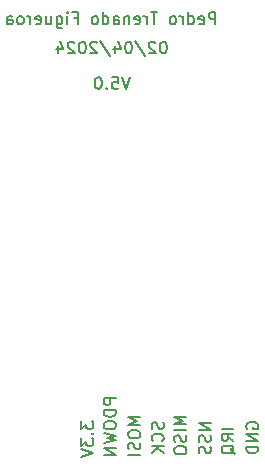
<source format=gbo>
G04 #@! TF.GenerationSoftware,KiCad,Pcbnew,7.0.9*
G04 #@! TF.CreationDate,2024-04-03T14:29:21+02:00*
G04 #@! TF.ProjectId,NFC_Programmer,4e46435f-5072-46f6-9772-616d6d65722e,3.0*
G04 #@! TF.SameCoordinates,Original*
G04 #@! TF.FileFunction,Legend,Bot*
G04 #@! TF.FilePolarity,Positive*
%FSLAX46Y46*%
G04 Gerber Fmt 4.6, Leading zero omitted, Abs format (unit mm)*
G04 Created by KiCad (PCBNEW 7.0.9) date 2024-04-03 14:29:21*
%MOMM*%
%LPD*%
G01*
G04 APERTURE LIST*
%ADD10C,0.153000*%
%ADD11C,3.000000*%
%ADD12R,1.350000X1.350000*%
%ADD13O,1.350000X1.350000*%
G04 APERTURE END LIST*
D10*
X144210771Y-71679663D02*
X144115533Y-71679663D01*
X144115533Y-71679663D02*
X144020295Y-71727282D01*
X144020295Y-71727282D02*
X143972676Y-71774901D01*
X143972676Y-71774901D02*
X143925057Y-71870139D01*
X143925057Y-71870139D02*
X143877438Y-72060615D01*
X143877438Y-72060615D02*
X143877438Y-72298710D01*
X143877438Y-72298710D02*
X143925057Y-72489186D01*
X143925057Y-72489186D02*
X143972676Y-72584424D01*
X143972676Y-72584424D02*
X144020295Y-72632044D01*
X144020295Y-72632044D02*
X144115533Y-72679663D01*
X144115533Y-72679663D02*
X144210771Y-72679663D01*
X144210771Y-72679663D02*
X144306009Y-72632044D01*
X144306009Y-72632044D02*
X144353628Y-72584424D01*
X144353628Y-72584424D02*
X144401247Y-72489186D01*
X144401247Y-72489186D02*
X144448866Y-72298710D01*
X144448866Y-72298710D02*
X144448866Y-72060615D01*
X144448866Y-72060615D02*
X144401247Y-71870139D01*
X144401247Y-71870139D02*
X144353628Y-71774901D01*
X144353628Y-71774901D02*
X144306009Y-71727282D01*
X144306009Y-71727282D02*
X144210771Y-71679663D01*
X143496485Y-71774901D02*
X143448866Y-71727282D01*
X143448866Y-71727282D02*
X143353628Y-71679663D01*
X143353628Y-71679663D02*
X143115533Y-71679663D01*
X143115533Y-71679663D02*
X143020295Y-71727282D01*
X143020295Y-71727282D02*
X142972676Y-71774901D01*
X142972676Y-71774901D02*
X142925057Y-71870139D01*
X142925057Y-71870139D02*
X142925057Y-71965377D01*
X142925057Y-71965377D02*
X142972676Y-72108234D01*
X142972676Y-72108234D02*
X143544104Y-72679663D01*
X143544104Y-72679663D02*
X142925057Y-72679663D01*
X141782200Y-71632044D02*
X142639342Y-72917758D01*
X141258390Y-71679663D02*
X141163152Y-71679663D01*
X141163152Y-71679663D02*
X141067914Y-71727282D01*
X141067914Y-71727282D02*
X141020295Y-71774901D01*
X141020295Y-71774901D02*
X140972676Y-71870139D01*
X140972676Y-71870139D02*
X140925057Y-72060615D01*
X140925057Y-72060615D02*
X140925057Y-72298710D01*
X140925057Y-72298710D02*
X140972676Y-72489186D01*
X140972676Y-72489186D02*
X141020295Y-72584424D01*
X141020295Y-72584424D02*
X141067914Y-72632044D01*
X141067914Y-72632044D02*
X141163152Y-72679663D01*
X141163152Y-72679663D02*
X141258390Y-72679663D01*
X141258390Y-72679663D02*
X141353628Y-72632044D01*
X141353628Y-72632044D02*
X141401247Y-72584424D01*
X141401247Y-72584424D02*
X141448866Y-72489186D01*
X141448866Y-72489186D02*
X141496485Y-72298710D01*
X141496485Y-72298710D02*
X141496485Y-72060615D01*
X141496485Y-72060615D02*
X141448866Y-71870139D01*
X141448866Y-71870139D02*
X141401247Y-71774901D01*
X141401247Y-71774901D02*
X141353628Y-71727282D01*
X141353628Y-71727282D02*
X141258390Y-71679663D01*
X140067914Y-72012996D02*
X140067914Y-72679663D01*
X140306009Y-71632044D02*
X140544104Y-72346329D01*
X140544104Y-72346329D02*
X139925057Y-72346329D01*
X138829819Y-71632044D02*
X139686961Y-72917758D01*
X138544104Y-71774901D02*
X138496485Y-71727282D01*
X138496485Y-71727282D02*
X138401247Y-71679663D01*
X138401247Y-71679663D02*
X138163152Y-71679663D01*
X138163152Y-71679663D02*
X138067914Y-71727282D01*
X138067914Y-71727282D02*
X138020295Y-71774901D01*
X138020295Y-71774901D02*
X137972676Y-71870139D01*
X137972676Y-71870139D02*
X137972676Y-71965377D01*
X137972676Y-71965377D02*
X138020295Y-72108234D01*
X138020295Y-72108234D02*
X138591723Y-72679663D01*
X138591723Y-72679663D02*
X137972676Y-72679663D01*
X137353628Y-71679663D02*
X137258390Y-71679663D01*
X137258390Y-71679663D02*
X137163152Y-71727282D01*
X137163152Y-71727282D02*
X137115533Y-71774901D01*
X137115533Y-71774901D02*
X137067914Y-71870139D01*
X137067914Y-71870139D02*
X137020295Y-72060615D01*
X137020295Y-72060615D02*
X137020295Y-72298710D01*
X137020295Y-72298710D02*
X137067914Y-72489186D01*
X137067914Y-72489186D02*
X137115533Y-72584424D01*
X137115533Y-72584424D02*
X137163152Y-72632044D01*
X137163152Y-72632044D02*
X137258390Y-72679663D01*
X137258390Y-72679663D02*
X137353628Y-72679663D01*
X137353628Y-72679663D02*
X137448866Y-72632044D01*
X137448866Y-72632044D02*
X137496485Y-72584424D01*
X137496485Y-72584424D02*
X137544104Y-72489186D01*
X137544104Y-72489186D02*
X137591723Y-72298710D01*
X137591723Y-72298710D02*
X137591723Y-72060615D01*
X137591723Y-72060615D02*
X137544104Y-71870139D01*
X137544104Y-71870139D02*
X137496485Y-71774901D01*
X137496485Y-71774901D02*
X137448866Y-71727282D01*
X137448866Y-71727282D02*
X137353628Y-71679663D01*
X136639342Y-71774901D02*
X136591723Y-71727282D01*
X136591723Y-71727282D02*
X136496485Y-71679663D01*
X136496485Y-71679663D02*
X136258390Y-71679663D01*
X136258390Y-71679663D02*
X136163152Y-71727282D01*
X136163152Y-71727282D02*
X136115533Y-71774901D01*
X136115533Y-71774901D02*
X136067914Y-71870139D01*
X136067914Y-71870139D02*
X136067914Y-71965377D01*
X136067914Y-71965377D02*
X136115533Y-72108234D01*
X136115533Y-72108234D02*
X136686961Y-72679663D01*
X136686961Y-72679663D02*
X136067914Y-72679663D01*
X135210771Y-72012996D02*
X135210771Y-72679663D01*
X135448866Y-71632044D02*
X135686961Y-72346329D01*
X135686961Y-72346329D02*
X135067914Y-72346329D01*
X148179663Y-104008752D02*
X147179663Y-104008752D01*
X147179663Y-104008752D02*
X148179663Y-104580180D01*
X148179663Y-104580180D02*
X147179663Y-104580180D01*
X148132044Y-105008752D02*
X148179663Y-105151609D01*
X148179663Y-105151609D02*
X148179663Y-105389704D01*
X148179663Y-105389704D02*
X148132044Y-105484942D01*
X148132044Y-105484942D02*
X148084424Y-105532561D01*
X148084424Y-105532561D02*
X147989186Y-105580180D01*
X147989186Y-105580180D02*
X147893948Y-105580180D01*
X147893948Y-105580180D02*
X147798710Y-105532561D01*
X147798710Y-105532561D02*
X147751091Y-105484942D01*
X147751091Y-105484942D02*
X147703472Y-105389704D01*
X147703472Y-105389704D02*
X147655853Y-105199228D01*
X147655853Y-105199228D02*
X147608234Y-105103990D01*
X147608234Y-105103990D02*
X147560615Y-105056371D01*
X147560615Y-105056371D02*
X147465377Y-105008752D01*
X147465377Y-105008752D02*
X147370139Y-105008752D01*
X147370139Y-105008752D02*
X147274901Y-105056371D01*
X147274901Y-105056371D02*
X147227282Y-105103990D01*
X147227282Y-105103990D02*
X147179663Y-105199228D01*
X147179663Y-105199228D02*
X147179663Y-105437323D01*
X147179663Y-105437323D02*
X147227282Y-105580180D01*
X148132044Y-105961133D02*
X148179663Y-106103990D01*
X148179663Y-106103990D02*
X148179663Y-106342085D01*
X148179663Y-106342085D02*
X148132044Y-106437323D01*
X148132044Y-106437323D02*
X148084424Y-106484942D01*
X148084424Y-106484942D02*
X147989186Y-106532561D01*
X147989186Y-106532561D02*
X147893948Y-106532561D01*
X147893948Y-106532561D02*
X147798710Y-106484942D01*
X147798710Y-106484942D02*
X147751091Y-106437323D01*
X147751091Y-106437323D02*
X147703472Y-106342085D01*
X147703472Y-106342085D02*
X147655853Y-106151609D01*
X147655853Y-106151609D02*
X147608234Y-106056371D01*
X147608234Y-106056371D02*
X147560615Y-106008752D01*
X147560615Y-106008752D02*
X147465377Y-105961133D01*
X147465377Y-105961133D02*
X147370139Y-105961133D01*
X147370139Y-105961133D02*
X147274901Y-106008752D01*
X147274901Y-106008752D02*
X147227282Y-106056371D01*
X147227282Y-106056371D02*
X147179663Y-106151609D01*
X147179663Y-106151609D02*
X147179663Y-106389704D01*
X147179663Y-106389704D02*
X147227282Y-106532561D01*
X141324104Y-74689663D02*
X140990771Y-75689663D01*
X140990771Y-75689663D02*
X140657438Y-74689663D01*
X139847914Y-74689663D02*
X140324104Y-74689663D01*
X140324104Y-74689663D02*
X140371723Y-75165853D01*
X140371723Y-75165853D02*
X140324104Y-75118234D01*
X140324104Y-75118234D02*
X140228866Y-75070615D01*
X140228866Y-75070615D02*
X139990771Y-75070615D01*
X139990771Y-75070615D02*
X139895533Y-75118234D01*
X139895533Y-75118234D02*
X139847914Y-75165853D01*
X139847914Y-75165853D02*
X139800295Y-75261091D01*
X139800295Y-75261091D02*
X139800295Y-75499186D01*
X139800295Y-75499186D02*
X139847914Y-75594424D01*
X139847914Y-75594424D02*
X139895533Y-75642044D01*
X139895533Y-75642044D02*
X139990771Y-75689663D01*
X139990771Y-75689663D02*
X140228866Y-75689663D01*
X140228866Y-75689663D02*
X140324104Y-75642044D01*
X140324104Y-75642044D02*
X140371723Y-75594424D01*
X139371723Y-75594424D02*
X139324104Y-75642044D01*
X139324104Y-75642044D02*
X139371723Y-75689663D01*
X139371723Y-75689663D02*
X139419342Y-75642044D01*
X139419342Y-75642044D02*
X139371723Y-75594424D01*
X139371723Y-75594424D02*
X139371723Y-75689663D01*
X138705057Y-74689663D02*
X138609819Y-74689663D01*
X138609819Y-74689663D02*
X138514581Y-74737282D01*
X138514581Y-74737282D02*
X138466962Y-74784901D01*
X138466962Y-74784901D02*
X138419343Y-74880139D01*
X138419343Y-74880139D02*
X138371724Y-75070615D01*
X138371724Y-75070615D02*
X138371724Y-75308710D01*
X138371724Y-75308710D02*
X138419343Y-75499186D01*
X138419343Y-75499186D02*
X138466962Y-75594424D01*
X138466962Y-75594424D02*
X138514581Y-75642044D01*
X138514581Y-75642044D02*
X138609819Y-75689663D01*
X138609819Y-75689663D02*
X138705057Y-75689663D01*
X138705057Y-75689663D02*
X138800295Y-75642044D01*
X138800295Y-75642044D02*
X138847914Y-75594424D01*
X138847914Y-75594424D02*
X138895533Y-75499186D01*
X138895533Y-75499186D02*
X138943152Y-75308710D01*
X138943152Y-75308710D02*
X138943152Y-75070615D01*
X138943152Y-75070615D02*
X138895533Y-74880139D01*
X138895533Y-74880139D02*
X138847914Y-74784901D01*
X138847914Y-74784901D02*
X138800295Y-74737282D01*
X138800295Y-74737282D02*
X138705057Y-74689663D01*
X146109663Y-103428752D02*
X145109663Y-103428752D01*
X145109663Y-103428752D02*
X145823948Y-103762085D01*
X145823948Y-103762085D02*
X145109663Y-104095418D01*
X145109663Y-104095418D02*
X146109663Y-104095418D01*
X146109663Y-104571609D02*
X145109663Y-104571609D01*
X146062044Y-105000180D02*
X146109663Y-105143037D01*
X146109663Y-105143037D02*
X146109663Y-105381132D01*
X146109663Y-105381132D02*
X146062044Y-105476370D01*
X146062044Y-105476370D02*
X146014424Y-105523989D01*
X146014424Y-105523989D02*
X145919186Y-105571608D01*
X145919186Y-105571608D02*
X145823948Y-105571608D01*
X145823948Y-105571608D02*
X145728710Y-105523989D01*
X145728710Y-105523989D02*
X145681091Y-105476370D01*
X145681091Y-105476370D02*
X145633472Y-105381132D01*
X145633472Y-105381132D02*
X145585853Y-105190656D01*
X145585853Y-105190656D02*
X145538234Y-105095418D01*
X145538234Y-105095418D02*
X145490615Y-105047799D01*
X145490615Y-105047799D02*
X145395377Y-105000180D01*
X145395377Y-105000180D02*
X145300139Y-105000180D01*
X145300139Y-105000180D02*
X145204901Y-105047799D01*
X145204901Y-105047799D02*
X145157282Y-105095418D01*
X145157282Y-105095418D02*
X145109663Y-105190656D01*
X145109663Y-105190656D02*
X145109663Y-105428751D01*
X145109663Y-105428751D02*
X145157282Y-105571608D01*
X145109663Y-106190656D02*
X145109663Y-106381132D01*
X145109663Y-106381132D02*
X145157282Y-106476370D01*
X145157282Y-106476370D02*
X145252520Y-106571608D01*
X145252520Y-106571608D02*
X145442996Y-106619227D01*
X145442996Y-106619227D02*
X145776329Y-106619227D01*
X145776329Y-106619227D02*
X145966805Y-106571608D01*
X145966805Y-106571608D02*
X146062044Y-106476370D01*
X146062044Y-106476370D02*
X146109663Y-106381132D01*
X146109663Y-106381132D02*
X146109663Y-106190656D01*
X146109663Y-106190656D02*
X146062044Y-106095418D01*
X146062044Y-106095418D02*
X145966805Y-106000180D01*
X145966805Y-106000180D02*
X145776329Y-105952561D01*
X145776329Y-105952561D02*
X145442996Y-105952561D01*
X145442996Y-105952561D02*
X145252520Y-106000180D01*
X145252520Y-106000180D02*
X145157282Y-106095418D01*
X145157282Y-106095418D02*
X145109663Y-106190656D01*
X144142044Y-103921133D02*
X144189663Y-104063990D01*
X144189663Y-104063990D02*
X144189663Y-104302085D01*
X144189663Y-104302085D02*
X144142044Y-104397323D01*
X144142044Y-104397323D02*
X144094424Y-104444942D01*
X144094424Y-104444942D02*
X143999186Y-104492561D01*
X143999186Y-104492561D02*
X143903948Y-104492561D01*
X143903948Y-104492561D02*
X143808710Y-104444942D01*
X143808710Y-104444942D02*
X143761091Y-104397323D01*
X143761091Y-104397323D02*
X143713472Y-104302085D01*
X143713472Y-104302085D02*
X143665853Y-104111609D01*
X143665853Y-104111609D02*
X143618234Y-104016371D01*
X143618234Y-104016371D02*
X143570615Y-103968752D01*
X143570615Y-103968752D02*
X143475377Y-103921133D01*
X143475377Y-103921133D02*
X143380139Y-103921133D01*
X143380139Y-103921133D02*
X143284901Y-103968752D01*
X143284901Y-103968752D02*
X143237282Y-104016371D01*
X143237282Y-104016371D02*
X143189663Y-104111609D01*
X143189663Y-104111609D02*
X143189663Y-104349704D01*
X143189663Y-104349704D02*
X143237282Y-104492561D01*
X144094424Y-105492561D02*
X144142044Y-105444942D01*
X144142044Y-105444942D02*
X144189663Y-105302085D01*
X144189663Y-105302085D02*
X144189663Y-105206847D01*
X144189663Y-105206847D02*
X144142044Y-105063990D01*
X144142044Y-105063990D02*
X144046805Y-104968752D01*
X144046805Y-104968752D02*
X143951567Y-104921133D01*
X143951567Y-104921133D02*
X143761091Y-104873514D01*
X143761091Y-104873514D02*
X143618234Y-104873514D01*
X143618234Y-104873514D02*
X143427758Y-104921133D01*
X143427758Y-104921133D02*
X143332520Y-104968752D01*
X143332520Y-104968752D02*
X143237282Y-105063990D01*
X143237282Y-105063990D02*
X143189663Y-105206847D01*
X143189663Y-105206847D02*
X143189663Y-105302085D01*
X143189663Y-105302085D02*
X143237282Y-105444942D01*
X143237282Y-105444942D02*
X143284901Y-105492561D01*
X144189663Y-105921133D02*
X143189663Y-105921133D01*
X144189663Y-106492561D02*
X143618234Y-106063990D01*
X143189663Y-106492561D02*
X143761091Y-105921133D01*
X142199663Y-103498752D02*
X141199663Y-103498752D01*
X141199663Y-103498752D02*
X141913948Y-103832085D01*
X141913948Y-103832085D02*
X141199663Y-104165418D01*
X141199663Y-104165418D02*
X142199663Y-104165418D01*
X141199663Y-104832085D02*
X141199663Y-105022561D01*
X141199663Y-105022561D02*
X141247282Y-105117799D01*
X141247282Y-105117799D02*
X141342520Y-105213037D01*
X141342520Y-105213037D02*
X141532996Y-105260656D01*
X141532996Y-105260656D02*
X141866329Y-105260656D01*
X141866329Y-105260656D02*
X142056805Y-105213037D01*
X142056805Y-105213037D02*
X142152044Y-105117799D01*
X142152044Y-105117799D02*
X142199663Y-105022561D01*
X142199663Y-105022561D02*
X142199663Y-104832085D01*
X142199663Y-104832085D02*
X142152044Y-104736847D01*
X142152044Y-104736847D02*
X142056805Y-104641609D01*
X142056805Y-104641609D02*
X141866329Y-104593990D01*
X141866329Y-104593990D02*
X141532996Y-104593990D01*
X141532996Y-104593990D02*
X141342520Y-104641609D01*
X141342520Y-104641609D02*
X141247282Y-104736847D01*
X141247282Y-104736847D02*
X141199663Y-104832085D01*
X142152044Y-105641609D02*
X142199663Y-105784466D01*
X142199663Y-105784466D02*
X142199663Y-106022561D01*
X142199663Y-106022561D02*
X142152044Y-106117799D01*
X142152044Y-106117799D02*
X142104424Y-106165418D01*
X142104424Y-106165418D02*
X142009186Y-106213037D01*
X142009186Y-106213037D02*
X141913948Y-106213037D01*
X141913948Y-106213037D02*
X141818710Y-106165418D01*
X141818710Y-106165418D02*
X141771091Y-106117799D01*
X141771091Y-106117799D02*
X141723472Y-106022561D01*
X141723472Y-106022561D02*
X141675853Y-105832085D01*
X141675853Y-105832085D02*
X141628234Y-105736847D01*
X141628234Y-105736847D02*
X141580615Y-105689228D01*
X141580615Y-105689228D02*
X141485377Y-105641609D01*
X141485377Y-105641609D02*
X141390139Y-105641609D01*
X141390139Y-105641609D02*
X141294901Y-105689228D01*
X141294901Y-105689228D02*
X141247282Y-105736847D01*
X141247282Y-105736847D02*
X141199663Y-105832085D01*
X141199663Y-105832085D02*
X141199663Y-106070180D01*
X141199663Y-106070180D02*
X141247282Y-106213037D01*
X142199663Y-106641609D02*
X141199663Y-106641609D01*
X137219663Y-103843514D02*
X137219663Y-104462561D01*
X137219663Y-104462561D02*
X137600615Y-104129228D01*
X137600615Y-104129228D02*
X137600615Y-104272085D01*
X137600615Y-104272085D02*
X137648234Y-104367323D01*
X137648234Y-104367323D02*
X137695853Y-104414942D01*
X137695853Y-104414942D02*
X137791091Y-104462561D01*
X137791091Y-104462561D02*
X138029186Y-104462561D01*
X138029186Y-104462561D02*
X138124424Y-104414942D01*
X138124424Y-104414942D02*
X138172044Y-104367323D01*
X138172044Y-104367323D02*
X138219663Y-104272085D01*
X138219663Y-104272085D02*
X138219663Y-103986371D01*
X138219663Y-103986371D02*
X138172044Y-103891133D01*
X138172044Y-103891133D02*
X138124424Y-103843514D01*
X138124424Y-104891133D02*
X138172044Y-104938752D01*
X138172044Y-104938752D02*
X138219663Y-104891133D01*
X138219663Y-104891133D02*
X138172044Y-104843514D01*
X138172044Y-104843514D02*
X138124424Y-104891133D01*
X138124424Y-104891133D02*
X138219663Y-104891133D01*
X137219663Y-105272085D02*
X137219663Y-105891132D01*
X137219663Y-105891132D02*
X137600615Y-105557799D01*
X137600615Y-105557799D02*
X137600615Y-105700656D01*
X137600615Y-105700656D02*
X137648234Y-105795894D01*
X137648234Y-105795894D02*
X137695853Y-105843513D01*
X137695853Y-105843513D02*
X137791091Y-105891132D01*
X137791091Y-105891132D02*
X138029186Y-105891132D01*
X138029186Y-105891132D02*
X138124424Y-105843513D01*
X138124424Y-105843513D02*
X138172044Y-105795894D01*
X138172044Y-105795894D02*
X138219663Y-105700656D01*
X138219663Y-105700656D02*
X138219663Y-105414942D01*
X138219663Y-105414942D02*
X138172044Y-105319704D01*
X138172044Y-105319704D02*
X138124424Y-105272085D01*
X137219663Y-106176847D02*
X138219663Y-106510180D01*
X138219663Y-106510180D02*
X137219663Y-106843513D01*
X140139663Y-101878752D02*
X139139663Y-101878752D01*
X139139663Y-101878752D02*
X139139663Y-102259704D01*
X139139663Y-102259704D02*
X139187282Y-102354942D01*
X139187282Y-102354942D02*
X139234901Y-102402561D01*
X139234901Y-102402561D02*
X139330139Y-102450180D01*
X139330139Y-102450180D02*
X139472996Y-102450180D01*
X139472996Y-102450180D02*
X139568234Y-102402561D01*
X139568234Y-102402561D02*
X139615853Y-102354942D01*
X139615853Y-102354942D02*
X139663472Y-102259704D01*
X139663472Y-102259704D02*
X139663472Y-101878752D01*
X140139663Y-102878752D02*
X139139663Y-102878752D01*
X139139663Y-102878752D02*
X139139663Y-103116847D01*
X139139663Y-103116847D02*
X139187282Y-103259704D01*
X139187282Y-103259704D02*
X139282520Y-103354942D01*
X139282520Y-103354942D02*
X139377758Y-103402561D01*
X139377758Y-103402561D02*
X139568234Y-103450180D01*
X139568234Y-103450180D02*
X139711091Y-103450180D01*
X139711091Y-103450180D02*
X139901567Y-103402561D01*
X139901567Y-103402561D02*
X139996805Y-103354942D01*
X139996805Y-103354942D02*
X140092044Y-103259704D01*
X140092044Y-103259704D02*
X140139663Y-103116847D01*
X140139663Y-103116847D02*
X140139663Y-102878752D01*
X139139663Y-104069228D02*
X139139663Y-104259704D01*
X139139663Y-104259704D02*
X139187282Y-104354942D01*
X139187282Y-104354942D02*
X139282520Y-104450180D01*
X139282520Y-104450180D02*
X139472996Y-104497799D01*
X139472996Y-104497799D02*
X139806329Y-104497799D01*
X139806329Y-104497799D02*
X139996805Y-104450180D01*
X139996805Y-104450180D02*
X140092044Y-104354942D01*
X140092044Y-104354942D02*
X140139663Y-104259704D01*
X140139663Y-104259704D02*
X140139663Y-104069228D01*
X140139663Y-104069228D02*
X140092044Y-103973990D01*
X140092044Y-103973990D02*
X139996805Y-103878752D01*
X139996805Y-103878752D02*
X139806329Y-103831133D01*
X139806329Y-103831133D02*
X139472996Y-103831133D01*
X139472996Y-103831133D02*
X139282520Y-103878752D01*
X139282520Y-103878752D02*
X139187282Y-103973990D01*
X139187282Y-103973990D02*
X139139663Y-104069228D01*
X139139663Y-104831133D02*
X140139663Y-105069228D01*
X140139663Y-105069228D02*
X139425377Y-105259704D01*
X139425377Y-105259704D02*
X140139663Y-105450180D01*
X140139663Y-105450180D02*
X139139663Y-105688276D01*
X140139663Y-106069228D02*
X139139663Y-106069228D01*
X139139663Y-106069228D02*
X140139663Y-106640656D01*
X140139663Y-106640656D02*
X139139663Y-106640656D01*
X151237282Y-104442561D02*
X151189663Y-104347323D01*
X151189663Y-104347323D02*
X151189663Y-104204466D01*
X151189663Y-104204466D02*
X151237282Y-104061609D01*
X151237282Y-104061609D02*
X151332520Y-103966371D01*
X151332520Y-103966371D02*
X151427758Y-103918752D01*
X151427758Y-103918752D02*
X151618234Y-103871133D01*
X151618234Y-103871133D02*
X151761091Y-103871133D01*
X151761091Y-103871133D02*
X151951567Y-103918752D01*
X151951567Y-103918752D02*
X152046805Y-103966371D01*
X152046805Y-103966371D02*
X152142044Y-104061609D01*
X152142044Y-104061609D02*
X152189663Y-104204466D01*
X152189663Y-104204466D02*
X152189663Y-104299704D01*
X152189663Y-104299704D02*
X152142044Y-104442561D01*
X152142044Y-104442561D02*
X152094424Y-104490180D01*
X152094424Y-104490180D02*
X151761091Y-104490180D01*
X151761091Y-104490180D02*
X151761091Y-104299704D01*
X152189663Y-104918752D02*
X151189663Y-104918752D01*
X151189663Y-104918752D02*
X152189663Y-105490180D01*
X152189663Y-105490180D02*
X151189663Y-105490180D01*
X152189663Y-105966371D02*
X151189663Y-105966371D01*
X151189663Y-105966371D02*
X151189663Y-106204466D01*
X151189663Y-106204466D02*
X151237282Y-106347323D01*
X151237282Y-106347323D02*
X151332520Y-106442561D01*
X151332520Y-106442561D02*
X151427758Y-106490180D01*
X151427758Y-106490180D02*
X151618234Y-106537799D01*
X151618234Y-106537799D02*
X151761091Y-106537799D01*
X151761091Y-106537799D02*
X151951567Y-106490180D01*
X151951567Y-106490180D02*
X152046805Y-106442561D01*
X152046805Y-106442561D02*
X152142044Y-106347323D01*
X152142044Y-106347323D02*
X152189663Y-106204466D01*
X152189663Y-106204466D02*
X152189663Y-105966371D01*
X150099663Y-104448752D02*
X149099663Y-104448752D01*
X150099663Y-105496370D02*
X149623472Y-105163037D01*
X150099663Y-104924942D02*
X149099663Y-104924942D01*
X149099663Y-104924942D02*
X149099663Y-105305894D01*
X149099663Y-105305894D02*
X149147282Y-105401132D01*
X149147282Y-105401132D02*
X149194901Y-105448751D01*
X149194901Y-105448751D02*
X149290139Y-105496370D01*
X149290139Y-105496370D02*
X149432996Y-105496370D01*
X149432996Y-105496370D02*
X149528234Y-105448751D01*
X149528234Y-105448751D02*
X149575853Y-105401132D01*
X149575853Y-105401132D02*
X149623472Y-105305894D01*
X149623472Y-105305894D02*
X149623472Y-104924942D01*
X150194901Y-106591608D02*
X150147282Y-106496370D01*
X150147282Y-106496370D02*
X150052044Y-106401132D01*
X150052044Y-106401132D02*
X149909186Y-106258275D01*
X149909186Y-106258275D02*
X149861567Y-106163037D01*
X149861567Y-106163037D02*
X149861567Y-106067799D01*
X150099663Y-106115418D02*
X150052044Y-106020180D01*
X150052044Y-106020180D02*
X149956805Y-105924942D01*
X149956805Y-105924942D02*
X149766329Y-105877323D01*
X149766329Y-105877323D02*
X149432996Y-105877323D01*
X149432996Y-105877323D02*
X149242520Y-105924942D01*
X149242520Y-105924942D02*
X149147282Y-106020180D01*
X149147282Y-106020180D02*
X149099663Y-106115418D01*
X149099663Y-106115418D02*
X149099663Y-106305894D01*
X149099663Y-106305894D02*
X149147282Y-106401132D01*
X149147282Y-106401132D02*
X149242520Y-106496370D01*
X149242520Y-106496370D02*
X149432996Y-106543989D01*
X149432996Y-106543989D02*
X149766329Y-106543989D01*
X149766329Y-106543989D02*
X149956805Y-106496370D01*
X149956805Y-106496370D02*
X150052044Y-106401132D01*
X150052044Y-106401132D02*
X150099663Y-106305894D01*
X150099663Y-106305894D02*
X150099663Y-106115418D01*
X148571247Y-70199663D02*
X148571247Y-69199663D01*
X148571247Y-69199663D02*
X148190295Y-69199663D01*
X148190295Y-69199663D02*
X148095057Y-69247282D01*
X148095057Y-69247282D02*
X148047438Y-69294901D01*
X148047438Y-69294901D02*
X147999819Y-69390139D01*
X147999819Y-69390139D02*
X147999819Y-69532996D01*
X147999819Y-69532996D02*
X148047438Y-69628234D01*
X148047438Y-69628234D02*
X148095057Y-69675853D01*
X148095057Y-69675853D02*
X148190295Y-69723472D01*
X148190295Y-69723472D02*
X148571247Y-69723472D01*
X147190295Y-70152044D02*
X147285533Y-70199663D01*
X147285533Y-70199663D02*
X147476009Y-70199663D01*
X147476009Y-70199663D02*
X147571247Y-70152044D01*
X147571247Y-70152044D02*
X147618866Y-70056805D01*
X147618866Y-70056805D02*
X147618866Y-69675853D01*
X147618866Y-69675853D02*
X147571247Y-69580615D01*
X147571247Y-69580615D02*
X147476009Y-69532996D01*
X147476009Y-69532996D02*
X147285533Y-69532996D01*
X147285533Y-69532996D02*
X147190295Y-69580615D01*
X147190295Y-69580615D02*
X147142676Y-69675853D01*
X147142676Y-69675853D02*
X147142676Y-69771091D01*
X147142676Y-69771091D02*
X147618866Y-69866329D01*
X146285533Y-70199663D02*
X146285533Y-69199663D01*
X146285533Y-70152044D02*
X146380771Y-70199663D01*
X146380771Y-70199663D02*
X146571247Y-70199663D01*
X146571247Y-70199663D02*
X146666485Y-70152044D01*
X146666485Y-70152044D02*
X146714104Y-70104424D01*
X146714104Y-70104424D02*
X146761723Y-70009186D01*
X146761723Y-70009186D02*
X146761723Y-69723472D01*
X146761723Y-69723472D02*
X146714104Y-69628234D01*
X146714104Y-69628234D02*
X146666485Y-69580615D01*
X146666485Y-69580615D02*
X146571247Y-69532996D01*
X146571247Y-69532996D02*
X146380771Y-69532996D01*
X146380771Y-69532996D02*
X146285533Y-69580615D01*
X145809342Y-70199663D02*
X145809342Y-69532996D01*
X145809342Y-69723472D02*
X145761723Y-69628234D01*
X145761723Y-69628234D02*
X145714104Y-69580615D01*
X145714104Y-69580615D02*
X145618866Y-69532996D01*
X145618866Y-69532996D02*
X145523628Y-69532996D01*
X145047437Y-70199663D02*
X145142675Y-70152044D01*
X145142675Y-70152044D02*
X145190294Y-70104424D01*
X145190294Y-70104424D02*
X145237913Y-70009186D01*
X145237913Y-70009186D02*
X145237913Y-69723472D01*
X145237913Y-69723472D02*
X145190294Y-69628234D01*
X145190294Y-69628234D02*
X145142675Y-69580615D01*
X145142675Y-69580615D02*
X145047437Y-69532996D01*
X145047437Y-69532996D02*
X144904580Y-69532996D01*
X144904580Y-69532996D02*
X144809342Y-69580615D01*
X144809342Y-69580615D02*
X144761723Y-69628234D01*
X144761723Y-69628234D02*
X144714104Y-69723472D01*
X144714104Y-69723472D02*
X144714104Y-70009186D01*
X144714104Y-70009186D02*
X144761723Y-70104424D01*
X144761723Y-70104424D02*
X144809342Y-70152044D01*
X144809342Y-70152044D02*
X144904580Y-70199663D01*
X144904580Y-70199663D02*
X145047437Y-70199663D01*
X143666484Y-69199663D02*
X143095056Y-69199663D01*
X143380770Y-70199663D02*
X143380770Y-69199663D01*
X142761722Y-70199663D02*
X142761722Y-69532996D01*
X142761722Y-69723472D02*
X142714103Y-69628234D01*
X142714103Y-69628234D02*
X142666484Y-69580615D01*
X142666484Y-69580615D02*
X142571246Y-69532996D01*
X142571246Y-69532996D02*
X142476008Y-69532996D01*
X141761722Y-70152044D02*
X141856960Y-70199663D01*
X141856960Y-70199663D02*
X142047436Y-70199663D01*
X142047436Y-70199663D02*
X142142674Y-70152044D01*
X142142674Y-70152044D02*
X142190293Y-70056805D01*
X142190293Y-70056805D02*
X142190293Y-69675853D01*
X142190293Y-69675853D02*
X142142674Y-69580615D01*
X142142674Y-69580615D02*
X142047436Y-69532996D01*
X142047436Y-69532996D02*
X141856960Y-69532996D01*
X141856960Y-69532996D02*
X141761722Y-69580615D01*
X141761722Y-69580615D02*
X141714103Y-69675853D01*
X141714103Y-69675853D02*
X141714103Y-69771091D01*
X141714103Y-69771091D02*
X142190293Y-69866329D01*
X141285531Y-69532996D02*
X141285531Y-70199663D01*
X141285531Y-69628234D02*
X141237912Y-69580615D01*
X141237912Y-69580615D02*
X141142674Y-69532996D01*
X141142674Y-69532996D02*
X140999817Y-69532996D01*
X140999817Y-69532996D02*
X140904579Y-69580615D01*
X140904579Y-69580615D02*
X140856960Y-69675853D01*
X140856960Y-69675853D02*
X140856960Y-70199663D01*
X139952198Y-70199663D02*
X139952198Y-69675853D01*
X139952198Y-69675853D02*
X139999817Y-69580615D01*
X139999817Y-69580615D02*
X140095055Y-69532996D01*
X140095055Y-69532996D02*
X140285531Y-69532996D01*
X140285531Y-69532996D02*
X140380769Y-69580615D01*
X139952198Y-70152044D02*
X140047436Y-70199663D01*
X140047436Y-70199663D02*
X140285531Y-70199663D01*
X140285531Y-70199663D02*
X140380769Y-70152044D01*
X140380769Y-70152044D02*
X140428388Y-70056805D01*
X140428388Y-70056805D02*
X140428388Y-69961567D01*
X140428388Y-69961567D02*
X140380769Y-69866329D01*
X140380769Y-69866329D02*
X140285531Y-69818710D01*
X140285531Y-69818710D02*
X140047436Y-69818710D01*
X140047436Y-69818710D02*
X139952198Y-69771091D01*
X139047436Y-70199663D02*
X139047436Y-69199663D01*
X139047436Y-70152044D02*
X139142674Y-70199663D01*
X139142674Y-70199663D02*
X139333150Y-70199663D01*
X139333150Y-70199663D02*
X139428388Y-70152044D01*
X139428388Y-70152044D02*
X139476007Y-70104424D01*
X139476007Y-70104424D02*
X139523626Y-70009186D01*
X139523626Y-70009186D02*
X139523626Y-69723472D01*
X139523626Y-69723472D02*
X139476007Y-69628234D01*
X139476007Y-69628234D02*
X139428388Y-69580615D01*
X139428388Y-69580615D02*
X139333150Y-69532996D01*
X139333150Y-69532996D02*
X139142674Y-69532996D01*
X139142674Y-69532996D02*
X139047436Y-69580615D01*
X138428388Y-70199663D02*
X138523626Y-70152044D01*
X138523626Y-70152044D02*
X138571245Y-70104424D01*
X138571245Y-70104424D02*
X138618864Y-70009186D01*
X138618864Y-70009186D02*
X138618864Y-69723472D01*
X138618864Y-69723472D02*
X138571245Y-69628234D01*
X138571245Y-69628234D02*
X138523626Y-69580615D01*
X138523626Y-69580615D02*
X138428388Y-69532996D01*
X138428388Y-69532996D02*
X138285531Y-69532996D01*
X138285531Y-69532996D02*
X138190293Y-69580615D01*
X138190293Y-69580615D02*
X138142674Y-69628234D01*
X138142674Y-69628234D02*
X138095055Y-69723472D01*
X138095055Y-69723472D02*
X138095055Y-70009186D01*
X138095055Y-70009186D02*
X138142674Y-70104424D01*
X138142674Y-70104424D02*
X138190293Y-70152044D01*
X138190293Y-70152044D02*
X138285531Y-70199663D01*
X138285531Y-70199663D02*
X138428388Y-70199663D01*
X136571245Y-69675853D02*
X136904578Y-69675853D01*
X136904578Y-70199663D02*
X136904578Y-69199663D01*
X136904578Y-69199663D02*
X136428388Y-69199663D01*
X136047435Y-70199663D02*
X136047435Y-69532996D01*
X136047435Y-69199663D02*
X136095054Y-69247282D01*
X136095054Y-69247282D02*
X136047435Y-69294901D01*
X136047435Y-69294901D02*
X135999816Y-69247282D01*
X135999816Y-69247282D02*
X136047435Y-69199663D01*
X136047435Y-69199663D02*
X136047435Y-69294901D01*
X135142674Y-69532996D02*
X135142674Y-70342520D01*
X135142674Y-70342520D02*
X135190293Y-70437758D01*
X135190293Y-70437758D02*
X135237912Y-70485377D01*
X135237912Y-70485377D02*
X135333150Y-70532996D01*
X135333150Y-70532996D02*
X135476007Y-70532996D01*
X135476007Y-70532996D02*
X135571245Y-70485377D01*
X135142674Y-70152044D02*
X135237912Y-70199663D01*
X135237912Y-70199663D02*
X135428388Y-70199663D01*
X135428388Y-70199663D02*
X135523626Y-70152044D01*
X135523626Y-70152044D02*
X135571245Y-70104424D01*
X135571245Y-70104424D02*
X135618864Y-70009186D01*
X135618864Y-70009186D02*
X135618864Y-69723472D01*
X135618864Y-69723472D02*
X135571245Y-69628234D01*
X135571245Y-69628234D02*
X135523626Y-69580615D01*
X135523626Y-69580615D02*
X135428388Y-69532996D01*
X135428388Y-69532996D02*
X135237912Y-69532996D01*
X135237912Y-69532996D02*
X135142674Y-69580615D01*
X134237912Y-69532996D02*
X134237912Y-70199663D01*
X134666483Y-69532996D02*
X134666483Y-70056805D01*
X134666483Y-70056805D02*
X134618864Y-70152044D01*
X134618864Y-70152044D02*
X134523626Y-70199663D01*
X134523626Y-70199663D02*
X134380769Y-70199663D01*
X134380769Y-70199663D02*
X134285531Y-70152044D01*
X134285531Y-70152044D02*
X134237912Y-70104424D01*
X133380769Y-70152044D02*
X133476007Y-70199663D01*
X133476007Y-70199663D02*
X133666483Y-70199663D01*
X133666483Y-70199663D02*
X133761721Y-70152044D01*
X133761721Y-70152044D02*
X133809340Y-70056805D01*
X133809340Y-70056805D02*
X133809340Y-69675853D01*
X133809340Y-69675853D02*
X133761721Y-69580615D01*
X133761721Y-69580615D02*
X133666483Y-69532996D01*
X133666483Y-69532996D02*
X133476007Y-69532996D01*
X133476007Y-69532996D02*
X133380769Y-69580615D01*
X133380769Y-69580615D02*
X133333150Y-69675853D01*
X133333150Y-69675853D02*
X133333150Y-69771091D01*
X133333150Y-69771091D02*
X133809340Y-69866329D01*
X132904578Y-70199663D02*
X132904578Y-69532996D01*
X132904578Y-69723472D02*
X132856959Y-69628234D01*
X132856959Y-69628234D02*
X132809340Y-69580615D01*
X132809340Y-69580615D02*
X132714102Y-69532996D01*
X132714102Y-69532996D02*
X132618864Y-69532996D01*
X132142673Y-70199663D02*
X132237911Y-70152044D01*
X132237911Y-70152044D02*
X132285530Y-70104424D01*
X132285530Y-70104424D02*
X132333149Y-70009186D01*
X132333149Y-70009186D02*
X132333149Y-69723472D01*
X132333149Y-69723472D02*
X132285530Y-69628234D01*
X132285530Y-69628234D02*
X132237911Y-69580615D01*
X132237911Y-69580615D02*
X132142673Y-69532996D01*
X132142673Y-69532996D02*
X131999816Y-69532996D01*
X131999816Y-69532996D02*
X131904578Y-69580615D01*
X131904578Y-69580615D02*
X131856959Y-69628234D01*
X131856959Y-69628234D02*
X131809340Y-69723472D01*
X131809340Y-69723472D02*
X131809340Y-70009186D01*
X131809340Y-70009186D02*
X131856959Y-70104424D01*
X131856959Y-70104424D02*
X131904578Y-70152044D01*
X131904578Y-70152044D02*
X131999816Y-70199663D01*
X131999816Y-70199663D02*
X132142673Y-70199663D01*
X130952197Y-70199663D02*
X130952197Y-69675853D01*
X130952197Y-69675853D02*
X130999816Y-69580615D01*
X130999816Y-69580615D02*
X131095054Y-69532996D01*
X131095054Y-69532996D02*
X131285530Y-69532996D01*
X131285530Y-69532996D02*
X131380768Y-69580615D01*
X130952197Y-70152044D02*
X131047435Y-70199663D01*
X131047435Y-70199663D02*
X131285530Y-70199663D01*
X131285530Y-70199663D02*
X131380768Y-70152044D01*
X131380768Y-70152044D02*
X131428387Y-70056805D01*
X131428387Y-70056805D02*
X131428387Y-69961567D01*
X131428387Y-69961567D02*
X131380768Y-69866329D01*
X131380768Y-69866329D02*
X131285530Y-69818710D01*
X131285530Y-69818710D02*
X131047435Y-69818710D01*
X131047435Y-69818710D02*
X130952197Y-69771091D01*
%LPC*%
D11*
X124080000Y-58640000D03*
X156120000Y-58640000D03*
D12*
X128530000Y-103060000D03*
D13*
X130530000Y-103060000D03*
D11*
X124060000Y-88020000D03*
D12*
X137670000Y-107810000D03*
D13*
X139670000Y-107810000D03*
X141670000Y-107810000D03*
X143670000Y-107810000D03*
X145670000Y-107810000D03*
X147670000Y-107810000D03*
X149670000Y-107810000D03*
X151670000Y-107810000D03*
D11*
X156110000Y-88020000D03*
%LPD*%
M02*

</source>
